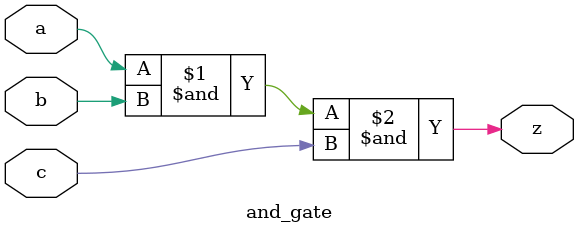
<source format=v>
`timescale 1ns / 1ps
module decoder3_8_st(
    input [2:0] d,
    output [7:0] y
    );
	 wire p,q,r;
not_gate n1(d[2],p), 
         n2(d[1],q), 
			n3(d[0],r);
and_gate a1(p,q,r,y[0]),a2(p,q,d[0],y[1]),a3(p,d[1],r,y[2]),a4(p,d[1],d[0],y[3]),
         a5(d[2],q,r,y[4]),a6(d[2],q,d[0],y[5]),a7(d[2],d[1],r,y[6]),a8(d[2],d[1],d[0],y[7]);

endmodule

module not_gate(input a,output z);
assign z=~a;
endmodule

module and_gate(input a,b,c,output z);
assign z=a&b&c;
endmodule

</source>
